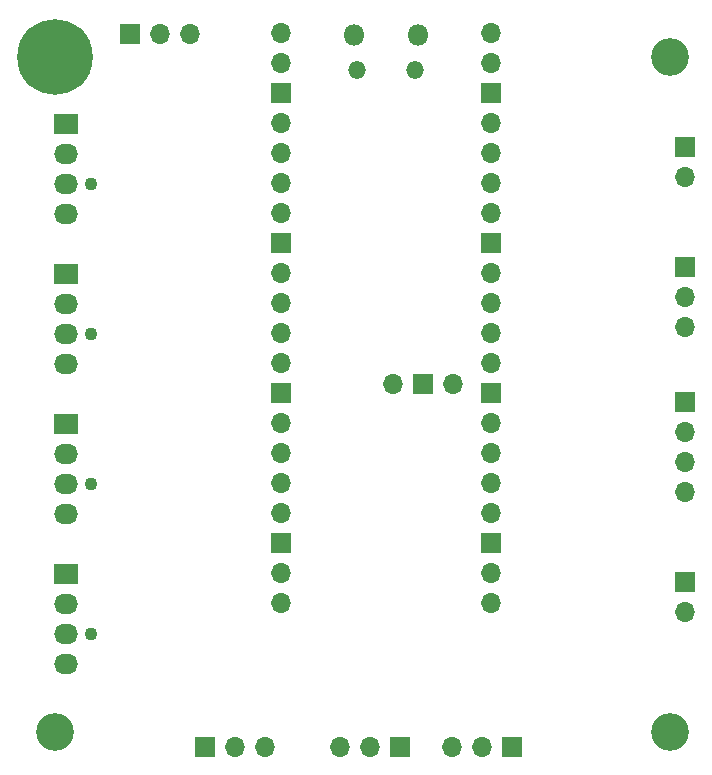
<source format=gbs>
%TF.GenerationSoftware,KiCad,Pcbnew,(6.0.8)*%
%TF.CreationDate,2022-10-30T19:36:16+01:00*%
%TF.ProjectId,fan.picow,66616e2e-7069-4636-9f77-2e6b69636164,rev?*%
%TF.SameCoordinates,Original*%
%TF.FileFunction,Soldermask,Bot*%
%TF.FilePolarity,Negative*%
%FSLAX46Y46*%
G04 Gerber Fmt 4.6, Leading zero omitted, Abs format (unit mm)*
G04 Created by KiCad (PCBNEW (6.0.8)) date 2022-10-30 19:36:16*
%MOMM*%
%LPD*%
G01*
G04 APERTURE LIST*
%ADD10C,1.100000*%
%ADD11R,2.030000X1.730000*%
%ADD12O,2.030000X1.730000*%
%ADD13C,3.200000*%
%ADD14R,1.700000X1.700000*%
%ADD15O,1.700000X1.700000*%
%ADD16C,6.400000*%
%ADD17C,0.800000*%
%ADD18O,1.500000X1.500000*%
%ADD19O,1.800000X1.800000*%
G04 APERTURE END LIST*
D10*
%TO.C,J5*%
X122475000Y-69225000D03*
D11*
X120315000Y-64145000D03*
D12*
X120315000Y-66685000D03*
X120315000Y-69225000D03*
X120315000Y-71765000D03*
%TD*%
D13*
%TO.C,H3*%
X171450000Y-102870000D03*
%TD*%
D14*
%TO.C,JP1*%
X158115000Y-104140000D03*
D15*
X155575000Y-104140000D03*
X153035000Y-104140000D03*
%TD*%
D10*
%TO.C,J4*%
X122475000Y-56525000D03*
D11*
X120315000Y-51445000D03*
D12*
X120315000Y-53985000D03*
X120315000Y-56525000D03*
X120315000Y-59065000D03*
%TD*%
D13*
%TO.C,H2*%
X119380000Y-102870000D03*
%TD*%
D14*
%TO.C,J8*%
X132095000Y-104140000D03*
D15*
X134635000Y-104140000D03*
X137175000Y-104140000D03*
%TD*%
D14*
%TO.C,J11*%
X172720000Y-90170000D03*
D15*
X172720000Y-92710000D03*
%TD*%
D14*
%TO.C,J9*%
X148575000Y-104140000D03*
D15*
X146035000Y-104140000D03*
X143495000Y-104140000D03*
%TD*%
D14*
%TO.C,J7*%
X172720000Y-74940000D03*
D15*
X172720000Y-77480000D03*
X172720000Y-80020000D03*
X172720000Y-82560000D03*
%TD*%
D14*
%TO.C,J6*%
X125745000Y-43815000D03*
D15*
X128285000Y-43815000D03*
X130825000Y-43815000D03*
%TD*%
D10*
%TO.C,J3*%
X122475000Y-81915000D03*
D11*
X120315000Y-76835000D03*
D12*
X120315000Y-79375000D03*
X120315000Y-81915000D03*
X120315000Y-84455000D03*
%TD*%
D16*
%TO.C,H4*%
X119380000Y-45720000D03*
D17*
X121780000Y-45720000D03*
X121077056Y-47417056D03*
X117682944Y-44022944D03*
X116980000Y-45720000D03*
X121077056Y-44022944D03*
X119380000Y-48120000D03*
X119380000Y-43320000D03*
X117682944Y-47417056D03*
%TD*%
D13*
%TO.C,H1*%
X171450000Y-45720000D03*
%TD*%
D14*
%TO.C,J10*%
X172720000Y-53340000D03*
D15*
X172720000Y-55880000D03*
%TD*%
D18*
%TO.C,U1*%
X149846600Y-46898800D03*
D19*
X144696600Y-43868800D03*
X150146600Y-43868800D03*
D18*
X144996600Y-46898800D03*
D15*
X138531600Y-43738800D03*
X138531600Y-46278800D03*
D14*
X138531600Y-48818800D03*
D15*
X138531600Y-51358800D03*
X138531600Y-53898800D03*
X138531600Y-56438800D03*
X138531600Y-58978800D03*
D14*
X138531600Y-61518800D03*
D15*
X138531600Y-64058800D03*
X138531600Y-66598800D03*
X138531600Y-69138800D03*
X138531600Y-71678800D03*
D14*
X138531600Y-74218800D03*
D15*
X138531600Y-76758800D03*
X138531600Y-79298800D03*
X138531600Y-81838800D03*
X138531600Y-84378800D03*
D14*
X138531600Y-86918800D03*
D15*
X138531600Y-89458800D03*
X138531600Y-91998800D03*
X156311600Y-91998800D03*
X156311600Y-89458800D03*
D14*
X156311600Y-86918800D03*
D15*
X156311600Y-84378800D03*
X156311600Y-81838800D03*
X156311600Y-79298800D03*
X156311600Y-76758800D03*
D14*
X156311600Y-74218800D03*
D15*
X156311600Y-71678800D03*
X156311600Y-69138800D03*
X156311600Y-66598800D03*
X156311600Y-64058800D03*
D14*
X156311600Y-61518800D03*
D15*
X156311600Y-58978800D03*
X156311600Y-56438800D03*
X156311600Y-53898800D03*
X156311600Y-51358800D03*
D14*
X156311600Y-48818800D03*
D15*
X156311600Y-46278800D03*
X156311600Y-43738800D03*
X148005700Y-73468800D03*
D14*
X150545700Y-73468800D03*
D15*
X153085700Y-73468800D03*
%TD*%
D14*
%TO.C,J12*%
X172720000Y-63500000D03*
D15*
X172720000Y-66040000D03*
X172720000Y-68580000D03*
%TD*%
D10*
%TO.C,J2*%
X122475000Y-94625000D03*
D11*
X120315000Y-89545000D03*
D12*
X120315000Y-92085000D03*
X120315000Y-94625000D03*
X120315000Y-97165000D03*
%TD*%
M02*

</source>
